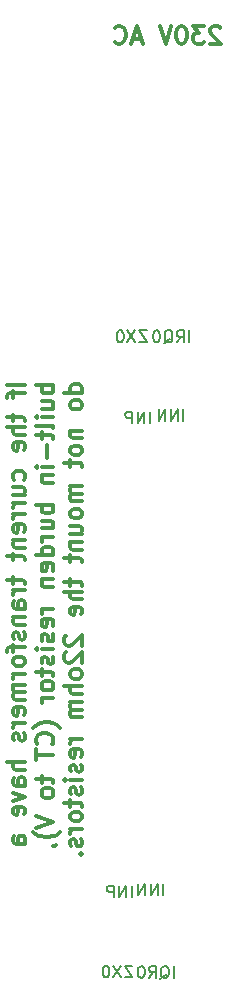
<source format=gbr>
%TF.GenerationSoftware,KiCad,Pcbnew,8.0.7-8.0.7-0~ubuntu22.04.1*%
%TF.CreationDate,2024-12-29T11:33:44+01:00*%
%TF.ProjectId,monitor_consumo,6d6f6e69-746f-4725-9f63-6f6e73756d6f,rev?*%
%TF.SameCoordinates,Original*%
%TF.FileFunction,Legend,Bot*%
%TF.FilePolarity,Positive*%
%FSLAX46Y46*%
G04 Gerber Fmt 4.6, Leading zero omitted, Abs format (unit mm)*
G04 Created by KiCad (PCBNEW 8.0.7-8.0.7-0~ubuntu22.04.1) date 2024-12-29 11:33:44*
%MOMM*%
%LPD*%
G01*
G04 APERTURE LIST*
%ADD10C,0.200000*%
%ADD11C,0.300000*%
G04 APERTURE END LIST*
D10*
X125050564Y-127967219D02*
X124383898Y-127967219D01*
X124383898Y-127967219D02*
X125050564Y-128967219D01*
X125050564Y-128967219D02*
X124383898Y-128967219D01*
X124098183Y-127967219D02*
X123431517Y-128967219D01*
X123431517Y-127967219D02*
X124098183Y-128967219D01*
X122860088Y-127967219D02*
X122764850Y-127967219D01*
X122764850Y-127967219D02*
X122669612Y-128014838D01*
X122669612Y-128014838D02*
X122621993Y-128062457D01*
X122621993Y-128062457D02*
X122574374Y-128157695D01*
X122574374Y-128157695D02*
X122526755Y-128348171D01*
X122526755Y-128348171D02*
X122526755Y-128586266D01*
X122526755Y-128586266D02*
X122574374Y-128776742D01*
X122574374Y-128776742D02*
X122621993Y-128871980D01*
X122621993Y-128871980D02*
X122669612Y-128919600D01*
X122669612Y-128919600D02*
X122764850Y-128967219D01*
X122764850Y-128967219D02*
X122860088Y-128967219D01*
X122860088Y-128967219D02*
X122955326Y-128919600D01*
X122955326Y-128919600D02*
X123002945Y-128871980D01*
X123002945Y-128871980D02*
X123050564Y-128776742D01*
X123050564Y-128776742D02*
X123098183Y-128586266D01*
X123098183Y-128586266D02*
X123098183Y-128348171D01*
X123098183Y-128348171D02*
X123050564Y-128157695D01*
X123050564Y-128157695D02*
X123002945Y-128062457D01*
X123002945Y-128062457D02*
X122955326Y-128014838D01*
X122955326Y-128014838D02*
X122860088Y-127967219D01*
X128555326Y-128992219D02*
X128555326Y-127992219D01*
X127412470Y-129087457D02*
X127507708Y-129039838D01*
X127507708Y-129039838D02*
X127602946Y-128944600D01*
X127602946Y-128944600D02*
X127745803Y-128801742D01*
X127745803Y-128801742D02*
X127841041Y-128754123D01*
X127841041Y-128754123D02*
X127936279Y-128754123D01*
X127888660Y-128992219D02*
X127983898Y-128944600D01*
X127983898Y-128944600D02*
X128079136Y-128849361D01*
X128079136Y-128849361D02*
X128126755Y-128658885D01*
X128126755Y-128658885D02*
X128126755Y-128325552D01*
X128126755Y-128325552D02*
X128079136Y-128135076D01*
X128079136Y-128135076D02*
X127983898Y-128039838D01*
X127983898Y-128039838D02*
X127888660Y-127992219D01*
X127888660Y-127992219D02*
X127698184Y-127992219D01*
X127698184Y-127992219D02*
X127602946Y-128039838D01*
X127602946Y-128039838D02*
X127507708Y-128135076D01*
X127507708Y-128135076D02*
X127460089Y-128325552D01*
X127460089Y-128325552D02*
X127460089Y-128658885D01*
X127460089Y-128658885D02*
X127507708Y-128849361D01*
X127507708Y-128849361D02*
X127602946Y-128944600D01*
X127602946Y-128944600D02*
X127698184Y-128992219D01*
X127698184Y-128992219D02*
X127888660Y-128992219D01*
X126460089Y-128992219D02*
X126793422Y-128516028D01*
X127031517Y-128992219D02*
X127031517Y-127992219D01*
X127031517Y-127992219D02*
X126650565Y-127992219D01*
X126650565Y-127992219D02*
X126555327Y-128039838D01*
X126555327Y-128039838D02*
X126507708Y-128087457D01*
X126507708Y-128087457D02*
X126460089Y-128182695D01*
X126460089Y-128182695D02*
X126460089Y-128325552D01*
X126460089Y-128325552D02*
X126507708Y-128420790D01*
X126507708Y-128420790D02*
X126555327Y-128468409D01*
X126555327Y-128468409D02*
X126650565Y-128516028D01*
X126650565Y-128516028D02*
X127031517Y-128516028D01*
X125841041Y-127992219D02*
X125745803Y-127992219D01*
X125745803Y-127992219D02*
X125650565Y-128039838D01*
X125650565Y-128039838D02*
X125602946Y-128087457D01*
X125602946Y-128087457D02*
X125555327Y-128182695D01*
X125555327Y-128182695D02*
X125507708Y-128373171D01*
X125507708Y-128373171D02*
X125507708Y-128611266D01*
X125507708Y-128611266D02*
X125555327Y-128801742D01*
X125555327Y-128801742D02*
X125602946Y-128896980D01*
X125602946Y-128896980D02*
X125650565Y-128944600D01*
X125650565Y-128944600D02*
X125745803Y-128992219D01*
X125745803Y-128992219D02*
X125841041Y-128992219D01*
X125841041Y-128992219D02*
X125936279Y-128944600D01*
X125936279Y-128944600D02*
X125983898Y-128896980D01*
X125983898Y-128896980D02*
X126031517Y-128801742D01*
X126031517Y-128801742D02*
X126079136Y-128611266D01*
X126079136Y-128611266D02*
X126079136Y-128373171D01*
X126079136Y-128373171D02*
X126031517Y-128182695D01*
X126031517Y-128182695D02*
X125983898Y-128087457D01*
X125983898Y-128087457D02*
X125936279Y-128039838D01*
X125936279Y-128039838D02*
X125841041Y-127992219D01*
X129860326Y-75187219D02*
X129860326Y-74187219D01*
X128812708Y-75187219D02*
X129146041Y-74711028D01*
X129384136Y-75187219D02*
X129384136Y-74187219D01*
X129384136Y-74187219D02*
X129003184Y-74187219D01*
X129003184Y-74187219D02*
X128907946Y-74234838D01*
X128907946Y-74234838D02*
X128860327Y-74282457D01*
X128860327Y-74282457D02*
X128812708Y-74377695D01*
X128812708Y-74377695D02*
X128812708Y-74520552D01*
X128812708Y-74520552D02*
X128860327Y-74615790D01*
X128860327Y-74615790D02*
X128907946Y-74663409D01*
X128907946Y-74663409D02*
X129003184Y-74711028D01*
X129003184Y-74711028D02*
X129384136Y-74711028D01*
X127717470Y-75282457D02*
X127812708Y-75234838D01*
X127812708Y-75234838D02*
X127907946Y-75139600D01*
X127907946Y-75139600D02*
X128050803Y-74996742D01*
X128050803Y-74996742D02*
X128146041Y-74949123D01*
X128146041Y-74949123D02*
X128241279Y-74949123D01*
X128193660Y-75187219D02*
X128288898Y-75139600D01*
X128288898Y-75139600D02*
X128384136Y-75044361D01*
X128384136Y-75044361D02*
X128431755Y-74853885D01*
X128431755Y-74853885D02*
X128431755Y-74520552D01*
X128431755Y-74520552D02*
X128384136Y-74330076D01*
X128384136Y-74330076D02*
X128288898Y-74234838D01*
X128288898Y-74234838D02*
X128193660Y-74187219D01*
X128193660Y-74187219D02*
X128003184Y-74187219D01*
X128003184Y-74187219D02*
X127907946Y-74234838D01*
X127907946Y-74234838D02*
X127812708Y-74330076D01*
X127812708Y-74330076D02*
X127765089Y-74520552D01*
X127765089Y-74520552D02*
X127765089Y-74853885D01*
X127765089Y-74853885D02*
X127812708Y-75044361D01*
X127812708Y-75044361D02*
X127907946Y-75139600D01*
X127907946Y-75139600D02*
X128003184Y-75187219D01*
X128003184Y-75187219D02*
X128193660Y-75187219D01*
X127146041Y-74187219D02*
X127050803Y-74187219D01*
X127050803Y-74187219D02*
X126955565Y-74234838D01*
X126955565Y-74234838D02*
X126907946Y-74282457D01*
X126907946Y-74282457D02*
X126860327Y-74377695D01*
X126860327Y-74377695D02*
X126812708Y-74568171D01*
X126812708Y-74568171D02*
X126812708Y-74806266D01*
X126812708Y-74806266D02*
X126860327Y-74996742D01*
X126860327Y-74996742D02*
X126907946Y-75091980D01*
X126907946Y-75091980D02*
X126955565Y-75139600D01*
X126955565Y-75139600D02*
X127050803Y-75187219D01*
X127050803Y-75187219D02*
X127146041Y-75187219D01*
X127146041Y-75187219D02*
X127241279Y-75139600D01*
X127241279Y-75139600D02*
X127288898Y-75091980D01*
X127288898Y-75091980D02*
X127336517Y-74996742D01*
X127336517Y-74996742D02*
X127384136Y-74806266D01*
X127384136Y-74806266D02*
X127384136Y-74568171D01*
X127384136Y-74568171D02*
X127336517Y-74377695D01*
X127336517Y-74377695D02*
X127288898Y-74282457D01*
X127288898Y-74282457D02*
X127241279Y-74234838D01*
X127241279Y-74234838D02*
X127146041Y-74187219D01*
X126245564Y-74187219D02*
X125578898Y-74187219D01*
X125578898Y-74187219D02*
X126245564Y-75187219D01*
X126245564Y-75187219D02*
X125578898Y-75187219D01*
X125293183Y-74187219D02*
X124626517Y-75187219D01*
X124626517Y-74187219D02*
X125293183Y-75187219D01*
X124055088Y-74187219D02*
X123959850Y-74187219D01*
X123959850Y-74187219D02*
X123864612Y-74234838D01*
X123864612Y-74234838D02*
X123816993Y-74282457D01*
X123816993Y-74282457D02*
X123769374Y-74377695D01*
X123769374Y-74377695D02*
X123721755Y-74568171D01*
X123721755Y-74568171D02*
X123721755Y-74806266D01*
X123721755Y-74806266D02*
X123769374Y-74996742D01*
X123769374Y-74996742D02*
X123816993Y-75091980D01*
X123816993Y-75091980D02*
X123864612Y-75139600D01*
X123864612Y-75139600D02*
X123959850Y-75187219D01*
X123959850Y-75187219D02*
X124055088Y-75187219D01*
X124055088Y-75187219D02*
X124150326Y-75139600D01*
X124150326Y-75139600D02*
X124197945Y-75091980D01*
X124197945Y-75091980D02*
X124245564Y-74996742D01*
X124245564Y-74996742D02*
X124293183Y-74806266D01*
X124293183Y-74806266D02*
X124293183Y-74568171D01*
X124293183Y-74568171D02*
X124245564Y-74377695D01*
X124245564Y-74377695D02*
X124197945Y-74282457D01*
X124197945Y-74282457D02*
X124150326Y-74234838D01*
X124150326Y-74234838D02*
X124055088Y-74187219D01*
X124980326Y-122192219D02*
X124980326Y-121192219D01*
X124504136Y-122192219D02*
X124504136Y-121192219D01*
X124504136Y-121192219D02*
X123932708Y-122192219D01*
X123932708Y-122192219D02*
X123932708Y-121192219D01*
X123456517Y-122192219D02*
X123456517Y-121192219D01*
X123456517Y-121192219D02*
X123075565Y-121192219D01*
X123075565Y-121192219D02*
X122980327Y-121239838D01*
X122980327Y-121239838D02*
X122932708Y-121287457D01*
X122932708Y-121287457D02*
X122885089Y-121382695D01*
X122885089Y-121382695D02*
X122885089Y-121525552D01*
X122885089Y-121525552D02*
X122932708Y-121620790D01*
X122932708Y-121620790D02*
X122980327Y-121668409D01*
X122980327Y-121668409D02*
X123075565Y-121716028D01*
X123075565Y-121716028D02*
X123456517Y-121716028D01*
D11*
X132491917Y-48543685D02*
X132420489Y-48472257D01*
X132420489Y-48472257D02*
X132277632Y-48400828D01*
X132277632Y-48400828D02*
X131920489Y-48400828D01*
X131920489Y-48400828D02*
X131777632Y-48472257D01*
X131777632Y-48472257D02*
X131706203Y-48543685D01*
X131706203Y-48543685D02*
X131634774Y-48686542D01*
X131634774Y-48686542D02*
X131634774Y-48829400D01*
X131634774Y-48829400D02*
X131706203Y-49043685D01*
X131706203Y-49043685D02*
X132563346Y-49900828D01*
X132563346Y-49900828D02*
X131634774Y-49900828D01*
X131134775Y-48400828D02*
X130206203Y-48400828D01*
X130206203Y-48400828D02*
X130706203Y-48972257D01*
X130706203Y-48972257D02*
X130491918Y-48972257D01*
X130491918Y-48972257D02*
X130349061Y-49043685D01*
X130349061Y-49043685D02*
X130277632Y-49115114D01*
X130277632Y-49115114D02*
X130206203Y-49257971D01*
X130206203Y-49257971D02*
X130206203Y-49615114D01*
X130206203Y-49615114D02*
X130277632Y-49757971D01*
X130277632Y-49757971D02*
X130349061Y-49829400D01*
X130349061Y-49829400D02*
X130491918Y-49900828D01*
X130491918Y-49900828D02*
X130920489Y-49900828D01*
X130920489Y-49900828D02*
X131063346Y-49829400D01*
X131063346Y-49829400D02*
X131134775Y-49757971D01*
X129277632Y-48400828D02*
X129134775Y-48400828D01*
X129134775Y-48400828D02*
X128991918Y-48472257D01*
X128991918Y-48472257D02*
X128920490Y-48543685D01*
X128920490Y-48543685D02*
X128849061Y-48686542D01*
X128849061Y-48686542D02*
X128777632Y-48972257D01*
X128777632Y-48972257D02*
X128777632Y-49329400D01*
X128777632Y-49329400D02*
X128849061Y-49615114D01*
X128849061Y-49615114D02*
X128920490Y-49757971D01*
X128920490Y-49757971D02*
X128991918Y-49829400D01*
X128991918Y-49829400D02*
X129134775Y-49900828D01*
X129134775Y-49900828D02*
X129277632Y-49900828D01*
X129277632Y-49900828D02*
X129420490Y-49829400D01*
X129420490Y-49829400D02*
X129491918Y-49757971D01*
X129491918Y-49757971D02*
X129563347Y-49615114D01*
X129563347Y-49615114D02*
X129634775Y-49329400D01*
X129634775Y-49329400D02*
X129634775Y-48972257D01*
X129634775Y-48972257D02*
X129563347Y-48686542D01*
X129563347Y-48686542D02*
X129491918Y-48543685D01*
X129491918Y-48543685D02*
X129420490Y-48472257D01*
X129420490Y-48472257D02*
X129277632Y-48400828D01*
X128349061Y-48400828D02*
X127849061Y-49900828D01*
X127849061Y-49900828D02*
X127349061Y-48400828D01*
X125777633Y-49472257D02*
X125063348Y-49472257D01*
X125920490Y-49900828D02*
X125420490Y-48400828D01*
X125420490Y-48400828D02*
X124920490Y-49900828D01*
X123563348Y-49757971D02*
X123634776Y-49829400D01*
X123634776Y-49829400D02*
X123849062Y-49900828D01*
X123849062Y-49900828D02*
X123991919Y-49900828D01*
X123991919Y-49900828D02*
X124206205Y-49829400D01*
X124206205Y-49829400D02*
X124349062Y-49686542D01*
X124349062Y-49686542D02*
X124420491Y-49543685D01*
X124420491Y-49543685D02*
X124491919Y-49257971D01*
X124491919Y-49257971D02*
X124491919Y-49043685D01*
X124491919Y-49043685D02*
X124420491Y-48757971D01*
X124420491Y-48757971D02*
X124349062Y-48615114D01*
X124349062Y-48615114D02*
X124206205Y-48472257D01*
X124206205Y-48472257D02*
X123991919Y-48400828D01*
X123991919Y-48400828D02*
X123849062Y-48400828D01*
X123849062Y-48400828D02*
X123634776Y-48472257D01*
X123634776Y-48472257D02*
X123563348Y-48543685D01*
D10*
X126530326Y-82047219D02*
X126530326Y-81047219D01*
X126054136Y-82047219D02*
X126054136Y-81047219D01*
X126054136Y-81047219D02*
X125482708Y-82047219D01*
X125482708Y-82047219D02*
X125482708Y-81047219D01*
X125006517Y-82047219D02*
X125006517Y-81047219D01*
X125006517Y-81047219D02*
X124625565Y-81047219D01*
X124625565Y-81047219D02*
X124530327Y-81094838D01*
X124530327Y-81094838D02*
X124482708Y-81142457D01*
X124482708Y-81142457D02*
X124435089Y-81237695D01*
X124435089Y-81237695D02*
X124435089Y-81380552D01*
X124435089Y-81380552D02*
X124482708Y-81475790D01*
X124482708Y-81475790D02*
X124530327Y-81523409D01*
X124530327Y-81523409D02*
X124625565Y-81571028D01*
X124625565Y-81571028D02*
X125006517Y-81571028D01*
X129360326Y-81847219D02*
X129360326Y-80847219D01*
X128884136Y-81847219D02*
X128884136Y-80847219D01*
X128884136Y-80847219D02*
X128312708Y-81847219D01*
X128312708Y-81847219D02*
X128312708Y-80847219D01*
X127836517Y-81847219D02*
X127836517Y-80847219D01*
X127836517Y-80847219D02*
X127265089Y-81847219D01*
X127265089Y-81847219D02*
X127265089Y-80847219D01*
D11*
X115945996Y-78804510D02*
X114445996Y-78804510D01*
X114945996Y-79304511D02*
X114945996Y-79875939D01*
X115945996Y-79518796D02*
X114660282Y-79518796D01*
X114660282Y-79518796D02*
X114517425Y-79590225D01*
X114517425Y-79590225D02*
X114445996Y-79733082D01*
X114445996Y-79733082D02*
X114445996Y-79875939D01*
X114945996Y-81304511D02*
X114945996Y-81875939D01*
X114445996Y-81518796D02*
X115731710Y-81518796D01*
X115731710Y-81518796D02*
X115874568Y-81590225D01*
X115874568Y-81590225D02*
X115945996Y-81733082D01*
X115945996Y-81733082D02*
X115945996Y-81875939D01*
X115945996Y-82375939D02*
X114445996Y-82375939D01*
X115945996Y-83018797D02*
X115160282Y-83018797D01*
X115160282Y-83018797D02*
X115017425Y-82947368D01*
X115017425Y-82947368D02*
X114945996Y-82804511D01*
X114945996Y-82804511D02*
X114945996Y-82590225D01*
X114945996Y-82590225D02*
X115017425Y-82447368D01*
X115017425Y-82447368D02*
X115088853Y-82375939D01*
X115874568Y-84304511D02*
X115945996Y-84161654D01*
X115945996Y-84161654D02*
X115945996Y-83875940D01*
X115945996Y-83875940D02*
X115874568Y-83733082D01*
X115874568Y-83733082D02*
X115731710Y-83661654D01*
X115731710Y-83661654D02*
X115160282Y-83661654D01*
X115160282Y-83661654D02*
X115017425Y-83733082D01*
X115017425Y-83733082D02*
X114945996Y-83875940D01*
X114945996Y-83875940D02*
X114945996Y-84161654D01*
X114945996Y-84161654D02*
X115017425Y-84304511D01*
X115017425Y-84304511D02*
X115160282Y-84375940D01*
X115160282Y-84375940D02*
X115303139Y-84375940D01*
X115303139Y-84375940D02*
X115445996Y-83661654D01*
X115874568Y-86804511D02*
X115945996Y-86661653D01*
X115945996Y-86661653D02*
X115945996Y-86375939D01*
X115945996Y-86375939D02*
X115874568Y-86233082D01*
X115874568Y-86233082D02*
X115803139Y-86161653D01*
X115803139Y-86161653D02*
X115660282Y-86090225D01*
X115660282Y-86090225D02*
X115231710Y-86090225D01*
X115231710Y-86090225D02*
X115088853Y-86161653D01*
X115088853Y-86161653D02*
X115017425Y-86233082D01*
X115017425Y-86233082D02*
X114945996Y-86375939D01*
X114945996Y-86375939D02*
X114945996Y-86661653D01*
X114945996Y-86661653D02*
X115017425Y-86804511D01*
X114945996Y-88090225D02*
X115945996Y-88090225D01*
X114945996Y-87447367D02*
X115731710Y-87447367D01*
X115731710Y-87447367D02*
X115874568Y-87518796D01*
X115874568Y-87518796D02*
X115945996Y-87661653D01*
X115945996Y-87661653D02*
X115945996Y-87875939D01*
X115945996Y-87875939D02*
X115874568Y-88018796D01*
X115874568Y-88018796D02*
X115803139Y-88090225D01*
X115945996Y-88804510D02*
X114945996Y-88804510D01*
X115231710Y-88804510D02*
X115088853Y-88875939D01*
X115088853Y-88875939D02*
X115017425Y-88947368D01*
X115017425Y-88947368D02*
X114945996Y-89090225D01*
X114945996Y-89090225D02*
X114945996Y-89233082D01*
X115945996Y-89733081D02*
X114945996Y-89733081D01*
X115231710Y-89733081D02*
X115088853Y-89804510D01*
X115088853Y-89804510D02*
X115017425Y-89875939D01*
X115017425Y-89875939D02*
X114945996Y-90018796D01*
X114945996Y-90018796D02*
X114945996Y-90161653D01*
X115874568Y-91233081D02*
X115945996Y-91090224D01*
X115945996Y-91090224D02*
X115945996Y-90804510D01*
X115945996Y-90804510D02*
X115874568Y-90661652D01*
X115874568Y-90661652D02*
X115731710Y-90590224D01*
X115731710Y-90590224D02*
X115160282Y-90590224D01*
X115160282Y-90590224D02*
X115017425Y-90661652D01*
X115017425Y-90661652D02*
X114945996Y-90804510D01*
X114945996Y-90804510D02*
X114945996Y-91090224D01*
X114945996Y-91090224D02*
X115017425Y-91233081D01*
X115017425Y-91233081D02*
X115160282Y-91304510D01*
X115160282Y-91304510D02*
X115303139Y-91304510D01*
X115303139Y-91304510D02*
X115445996Y-90590224D01*
X114945996Y-91947366D02*
X115945996Y-91947366D01*
X115088853Y-91947366D02*
X115017425Y-92018795D01*
X115017425Y-92018795D02*
X114945996Y-92161652D01*
X114945996Y-92161652D02*
X114945996Y-92375938D01*
X114945996Y-92375938D02*
X115017425Y-92518795D01*
X115017425Y-92518795D02*
X115160282Y-92590224D01*
X115160282Y-92590224D02*
X115945996Y-92590224D01*
X114945996Y-93090224D02*
X114945996Y-93661652D01*
X114445996Y-93304509D02*
X115731710Y-93304509D01*
X115731710Y-93304509D02*
X115874568Y-93375938D01*
X115874568Y-93375938D02*
X115945996Y-93518795D01*
X115945996Y-93518795D02*
X115945996Y-93661652D01*
X114945996Y-95090224D02*
X114945996Y-95661652D01*
X114445996Y-95304509D02*
X115731710Y-95304509D01*
X115731710Y-95304509D02*
X115874568Y-95375938D01*
X115874568Y-95375938D02*
X115945996Y-95518795D01*
X115945996Y-95518795D02*
X115945996Y-95661652D01*
X115945996Y-96161652D02*
X114945996Y-96161652D01*
X115231710Y-96161652D02*
X115088853Y-96233081D01*
X115088853Y-96233081D02*
X115017425Y-96304510D01*
X115017425Y-96304510D02*
X114945996Y-96447367D01*
X114945996Y-96447367D02*
X114945996Y-96590224D01*
X115945996Y-97733081D02*
X115160282Y-97733081D01*
X115160282Y-97733081D02*
X115017425Y-97661652D01*
X115017425Y-97661652D02*
X114945996Y-97518795D01*
X114945996Y-97518795D02*
X114945996Y-97233081D01*
X114945996Y-97233081D02*
X115017425Y-97090223D01*
X115874568Y-97733081D02*
X115945996Y-97590223D01*
X115945996Y-97590223D02*
X115945996Y-97233081D01*
X115945996Y-97233081D02*
X115874568Y-97090223D01*
X115874568Y-97090223D02*
X115731710Y-97018795D01*
X115731710Y-97018795D02*
X115588853Y-97018795D01*
X115588853Y-97018795D02*
X115445996Y-97090223D01*
X115445996Y-97090223D02*
X115374568Y-97233081D01*
X115374568Y-97233081D02*
X115374568Y-97590223D01*
X115374568Y-97590223D02*
X115303139Y-97733081D01*
X114945996Y-98447366D02*
X115945996Y-98447366D01*
X115088853Y-98447366D02*
X115017425Y-98518795D01*
X115017425Y-98518795D02*
X114945996Y-98661652D01*
X114945996Y-98661652D02*
X114945996Y-98875938D01*
X114945996Y-98875938D02*
X115017425Y-99018795D01*
X115017425Y-99018795D02*
X115160282Y-99090224D01*
X115160282Y-99090224D02*
X115945996Y-99090224D01*
X115874568Y-99733081D02*
X115945996Y-99875938D01*
X115945996Y-99875938D02*
X115945996Y-100161652D01*
X115945996Y-100161652D02*
X115874568Y-100304509D01*
X115874568Y-100304509D02*
X115731710Y-100375938D01*
X115731710Y-100375938D02*
X115660282Y-100375938D01*
X115660282Y-100375938D02*
X115517425Y-100304509D01*
X115517425Y-100304509D02*
X115445996Y-100161652D01*
X115445996Y-100161652D02*
X115445996Y-99947367D01*
X115445996Y-99947367D02*
X115374568Y-99804509D01*
X115374568Y-99804509D02*
X115231710Y-99733081D01*
X115231710Y-99733081D02*
X115160282Y-99733081D01*
X115160282Y-99733081D02*
X115017425Y-99804509D01*
X115017425Y-99804509D02*
X114945996Y-99947367D01*
X114945996Y-99947367D02*
X114945996Y-100161652D01*
X114945996Y-100161652D02*
X115017425Y-100304509D01*
X114945996Y-100804510D02*
X114945996Y-101375938D01*
X115945996Y-101018795D02*
X114660282Y-101018795D01*
X114660282Y-101018795D02*
X114517425Y-101090224D01*
X114517425Y-101090224D02*
X114445996Y-101233081D01*
X114445996Y-101233081D02*
X114445996Y-101375938D01*
X115945996Y-102090224D02*
X115874568Y-101947367D01*
X115874568Y-101947367D02*
X115803139Y-101875938D01*
X115803139Y-101875938D02*
X115660282Y-101804510D01*
X115660282Y-101804510D02*
X115231710Y-101804510D01*
X115231710Y-101804510D02*
X115088853Y-101875938D01*
X115088853Y-101875938D02*
X115017425Y-101947367D01*
X115017425Y-101947367D02*
X114945996Y-102090224D01*
X114945996Y-102090224D02*
X114945996Y-102304510D01*
X114945996Y-102304510D02*
X115017425Y-102447367D01*
X115017425Y-102447367D02*
X115088853Y-102518796D01*
X115088853Y-102518796D02*
X115231710Y-102590224D01*
X115231710Y-102590224D02*
X115660282Y-102590224D01*
X115660282Y-102590224D02*
X115803139Y-102518796D01*
X115803139Y-102518796D02*
X115874568Y-102447367D01*
X115874568Y-102447367D02*
X115945996Y-102304510D01*
X115945996Y-102304510D02*
X115945996Y-102090224D01*
X115945996Y-103233081D02*
X114945996Y-103233081D01*
X115231710Y-103233081D02*
X115088853Y-103304510D01*
X115088853Y-103304510D02*
X115017425Y-103375939D01*
X115017425Y-103375939D02*
X114945996Y-103518796D01*
X114945996Y-103518796D02*
X114945996Y-103661653D01*
X115945996Y-104161652D02*
X114945996Y-104161652D01*
X115088853Y-104161652D02*
X115017425Y-104233081D01*
X115017425Y-104233081D02*
X114945996Y-104375938D01*
X114945996Y-104375938D02*
X114945996Y-104590224D01*
X114945996Y-104590224D02*
X115017425Y-104733081D01*
X115017425Y-104733081D02*
X115160282Y-104804510D01*
X115160282Y-104804510D02*
X115945996Y-104804510D01*
X115160282Y-104804510D02*
X115017425Y-104875938D01*
X115017425Y-104875938D02*
X114945996Y-105018795D01*
X114945996Y-105018795D02*
X114945996Y-105233081D01*
X114945996Y-105233081D02*
X115017425Y-105375938D01*
X115017425Y-105375938D02*
X115160282Y-105447367D01*
X115160282Y-105447367D02*
X115945996Y-105447367D01*
X115874568Y-106733081D02*
X115945996Y-106590224D01*
X115945996Y-106590224D02*
X115945996Y-106304510D01*
X115945996Y-106304510D02*
X115874568Y-106161652D01*
X115874568Y-106161652D02*
X115731710Y-106090224D01*
X115731710Y-106090224D02*
X115160282Y-106090224D01*
X115160282Y-106090224D02*
X115017425Y-106161652D01*
X115017425Y-106161652D02*
X114945996Y-106304510D01*
X114945996Y-106304510D02*
X114945996Y-106590224D01*
X114945996Y-106590224D02*
X115017425Y-106733081D01*
X115017425Y-106733081D02*
X115160282Y-106804510D01*
X115160282Y-106804510D02*
X115303139Y-106804510D01*
X115303139Y-106804510D02*
X115445996Y-106090224D01*
X115945996Y-107447366D02*
X114945996Y-107447366D01*
X115231710Y-107447366D02*
X115088853Y-107518795D01*
X115088853Y-107518795D02*
X115017425Y-107590224D01*
X115017425Y-107590224D02*
X114945996Y-107733081D01*
X114945996Y-107733081D02*
X114945996Y-107875938D01*
X115874568Y-108304509D02*
X115945996Y-108447366D01*
X115945996Y-108447366D02*
X115945996Y-108733080D01*
X115945996Y-108733080D02*
X115874568Y-108875937D01*
X115874568Y-108875937D02*
X115731710Y-108947366D01*
X115731710Y-108947366D02*
X115660282Y-108947366D01*
X115660282Y-108947366D02*
X115517425Y-108875937D01*
X115517425Y-108875937D02*
X115445996Y-108733080D01*
X115445996Y-108733080D02*
X115445996Y-108518795D01*
X115445996Y-108518795D02*
X115374568Y-108375937D01*
X115374568Y-108375937D02*
X115231710Y-108304509D01*
X115231710Y-108304509D02*
X115160282Y-108304509D01*
X115160282Y-108304509D02*
X115017425Y-108375937D01*
X115017425Y-108375937D02*
X114945996Y-108518795D01*
X114945996Y-108518795D02*
X114945996Y-108733080D01*
X114945996Y-108733080D02*
X115017425Y-108875937D01*
X115945996Y-110733080D02*
X114445996Y-110733080D01*
X115945996Y-111375938D02*
X115160282Y-111375938D01*
X115160282Y-111375938D02*
X115017425Y-111304509D01*
X115017425Y-111304509D02*
X114945996Y-111161652D01*
X114945996Y-111161652D02*
X114945996Y-110947366D01*
X114945996Y-110947366D02*
X115017425Y-110804509D01*
X115017425Y-110804509D02*
X115088853Y-110733080D01*
X115945996Y-112733081D02*
X115160282Y-112733081D01*
X115160282Y-112733081D02*
X115017425Y-112661652D01*
X115017425Y-112661652D02*
X114945996Y-112518795D01*
X114945996Y-112518795D02*
X114945996Y-112233081D01*
X114945996Y-112233081D02*
X115017425Y-112090223D01*
X115874568Y-112733081D02*
X115945996Y-112590223D01*
X115945996Y-112590223D02*
X115945996Y-112233081D01*
X115945996Y-112233081D02*
X115874568Y-112090223D01*
X115874568Y-112090223D02*
X115731710Y-112018795D01*
X115731710Y-112018795D02*
X115588853Y-112018795D01*
X115588853Y-112018795D02*
X115445996Y-112090223D01*
X115445996Y-112090223D02*
X115374568Y-112233081D01*
X115374568Y-112233081D02*
X115374568Y-112590223D01*
X115374568Y-112590223D02*
X115303139Y-112733081D01*
X114945996Y-113304509D02*
X115945996Y-113661652D01*
X115945996Y-113661652D02*
X114945996Y-114018795D01*
X115874568Y-115161652D02*
X115945996Y-115018795D01*
X115945996Y-115018795D02*
X115945996Y-114733081D01*
X115945996Y-114733081D02*
X115874568Y-114590223D01*
X115874568Y-114590223D02*
X115731710Y-114518795D01*
X115731710Y-114518795D02*
X115160282Y-114518795D01*
X115160282Y-114518795D02*
X115017425Y-114590223D01*
X115017425Y-114590223D02*
X114945996Y-114733081D01*
X114945996Y-114733081D02*
X114945996Y-115018795D01*
X114945996Y-115018795D02*
X115017425Y-115161652D01*
X115017425Y-115161652D02*
X115160282Y-115233081D01*
X115160282Y-115233081D02*
X115303139Y-115233081D01*
X115303139Y-115233081D02*
X115445996Y-114518795D01*
X115945996Y-117661652D02*
X115160282Y-117661652D01*
X115160282Y-117661652D02*
X115017425Y-117590223D01*
X115017425Y-117590223D02*
X114945996Y-117447366D01*
X114945996Y-117447366D02*
X114945996Y-117161652D01*
X114945996Y-117161652D02*
X115017425Y-117018794D01*
X115874568Y-117661652D02*
X115945996Y-117518794D01*
X115945996Y-117518794D02*
X115945996Y-117161652D01*
X115945996Y-117161652D02*
X115874568Y-117018794D01*
X115874568Y-117018794D02*
X115731710Y-116947366D01*
X115731710Y-116947366D02*
X115588853Y-116947366D01*
X115588853Y-116947366D02*
X115445996Y-117018794D01*
X115445996Y-117018794D02*
X115374568Y-117161652D01*
X115374568Y-117161652D02*
X115374568Y-117518794D01*
X115374568Y-117518794D02*
X115303139Y-117661652D01*
X118360912Y-78804510D02*
X116860912Y-78804510D01*
X117432341Y-78804510D02*
X117360912Y-78947368D01*
X117360912Y-78947368D02*
X117360912Y-79233082D01*
X117360912Y-79233082D02*
X117432341Y-79375939D01*
X117432341Y-79375939D02*
X117503769Y-79447368D01*
X117503769Y-79447368D02*
X117646626Y-79518796D01*
X117646626Y-79518796D02*
X118075198Y-79518796D01*
X118075198Y-79518796D02*
X118218055Y-79447368D01*
X118218055Y-79447368D02*
X118289484Y-79375939D01*
X118289484Y-79375939D02*
X118360912Y-79233082D01*
X118360912Y-79233082D02*
X118360912Y-78947368D01*
X118360912Y-78947368D02*
X118289484Y-78804510D01*
X117360912Y-80804511D02*
X118360912Y-80804511D01*
X117360912Y-80161653D02*
X118146626Y-80161653D01*
X118146626Y-80161653D02*
X118289484Y-80233082D01*
X118289484Y-80233082D02*
X118360912Y-80375939D01*
X118360912Y-80375939D02*
X118360912Y-80590225D01*
X118360912Y-80590225D02*
X118289484Y-80733082D01*
X118289484Y-80733082D02*
X118218055Y-80804511D01*
X118360912Y-81518796D02*
X117360912Y-81518796D01*
X116860912Y-81518796D02*
X116932341Y-81447368D01*
X116932341Y-81447368D02*
X117003769Y-81518796D01*
X117003769Y-81518796D02*
X116932341Y-81590225D01*
X116932341Y-81590225D02*
X116860912Y-81518796D01*
X116860912Y-81518796D02*
X117003769Y-81518796D01*
X118360912Y-82447368D02*
X118289484Y-82304511D01*
X118289484Y-82304511D02*
X118146626Y-82233082D01*
X118146626Y-82233082D02*
X116860912Y-82233082D01*
X117360912Y-82804511D02*
X117360912Y-83375939D01*
X116860912Y-83018796D02*
X118146626Y-83018796D01*
X118146626Y-83018796D02*
X118289484Y-83090225D01*
X118289484Y-83090225D02*
X118360912Y-83233082D01*
X118360912Y-83233082D02*
X118360912Y-83375939D01*
X117789484Y-83875939D02*
X117789484Y-85018797D01*
X118360912Y-85733082D02*
X117360912Y-85733082D01*
X116860912Y-85733082D02*
X116932341Y-85661654D01*
X116932341Y-85661654D02*
X117003769Y-85733082D01*
X117003769Y-85733082D02*
X116932341Y-85804511D01*
X116932341Y-85804511D02*
X116860912Y-85733082D01*
X116860912Y-85733082D02*
X117003769Y-85733082D01*
X117360912Y-86447368D02*
X118360912Y-86447368D01*
X117503769Y-86447368D02*
X117432341Y-86518797D01*
X117432341Y-86518797D02*
X117360912Y-86661654D01*
X117360912Y-86661654D02*
X117360912Y-86875940D01*
X117360912Y-86875940D02*
X117432341Y-87018797D01*
X117432341Y-87018797D02*
X117575198Y-87090226D01*
X117575198Y-87090226D02*
X118360912Y-87090226D01*
X118360912Y-88947368D02*
X116860912Y-88947368D01*
X117432341Y-88947368D02*
X117360912Y-89090226D01*
X117360912Y-89090226D02*
X117360912Y-89375940D01*
X117360912Y-89375940D02*
X117432341Y-89518797D01*
X117432341Y-89518797D02*
X117503769Y-89590226D01*
X117503769Y-89590226D02*
X117646626Y-89661654D01*
X117646626Y-89661654D02*
X118075198Y-89661654D01*
X118075198Y-89661654D02*
X118218055Y-89590226D01*
X118218055Y-89590226D02*
X118289484Y-89518797D01*
X118289484Y-89518797D02*
X118360912Y-89375940D01*
X118360912Y-89375940D02*
X118360912Y-89090226D01*
X118360912Y-89090226D02*
X118289484Y-88947368D01*
X117360912Y-90947369D02*
X118360912Y-90947369D01*
X117360912Y-90304511D02*
X118146626Y-90304511D01*
X118146626Y-90304511D02*
X118289484Y-90375940D01*
X118289484Y-90375940D02*
X118360912Y-90518797D01*
X118360912Y-90518797D02*
X118360912Y-90733083D01*
X118360912Y-90733083D02*
X118289484Y-90875940D01*
X118289484Y-90875940D02*
X118218055Y-90947369D01*
X118360912Y-91661654D02*
X117360912Y-91661654D01*
X117646626Y-91661654D02*
X117503769Y-91733083D01*
X117503769Y-91733083D02*
X117432341Y-91804512D01*
X117432341Y-91804512D02*
X117360912Y-91947369D01*
X117360912Y-91947369D02*
X117360912Y-92090226D01*
X118360912Y-93233083D02*
X116860912Y-93233083D01*
X118289484Y-93233083D02*
X118360912Y-93090225D01*
X118360912Y-93090225D02*
X118360912Y-92804511D01*
X118360912Y-92804511D02*
X118289484Y-92661654D01*
X118289484Y-92661654D02*
X118218055Y-92590225D01*
X118218055Y-92590225D02*
X118075198Y-92518797D01*
X118075198Y-92518797D02*
X117646626Y-92518797D01*
X117646626Y-92518797D02*
X117503769Y-92590225D01*
X117503769Y-92590225D02*
X117432341Y-92661654D01*
X117432341Y-92661654D02*
X117360912Y-92804511D01*
X117360912Y-92804511D02*
X117360912Y-93090225D01*
X117360912Y-93090225D02*
X117432341Y-93233083D01*
X118289484Y-94518797D02*
X118360912Y-94375940D01*
X118360912Y-94375940D02*
X118360912Y-94090226D01*
X118360912Y-94090226D02*
X118289484Y-93947368D01*
X118289484Y-93947368D02*
X118146626Y-93875940D01*
X118146626Y-93875940D02*
X117575198Y-93875940D01*
X117575198Y-93875940D02*
X117432341Y-93947368D01*
X117432341Y-93947368D02*
X117360912Y-94090226D01*
X117360912Y-94090226D02*
X117360912Y-94375940D01*
X117360912Y-94375940D02*
X117432341Y-94518797D01*
X117432341Y-94518797D02*
X117575198Y-94590226D01*
X117575198Y-94590226D02*
X117718055Y-94590226D01*
X117718055Y-94590226D02*
X117860912Y-93875940D01*
X117360912Y-95233082D02*
X118360912Y-95233082D01*
X117503769Y-95233082D02*
X117432341Y-95304511D01*
X117432341Y-95304511D02*
X117360912Y-95447368D01*
X117360912Y-95447368D02*
X117360912Y-95661654D01*
X117360912Y-95661654D02*
X117432341Y-95804511D01*
X117432341Y-95804511D02*
X117575198Y-95875940D01*
X117575198Y-95875940D02*
X118360912Y-95875940D01*
X118360912Y-97733082D02*
X117360912Y-97733082D01*
X117646626Y-97733082D02*
X117503769Y-97804511D01*
X117503769Y-97804511D02*
X117432341Y-97875940D01*
X117432341Y-97875940D02*
X117360912Y-98018797D01*
X117360912Y-98018797D02*
X117360912Y-98161654D01*
X118289484Y-99233082D02*
X118360912Y-99090225D01*
X118360912Y-99090225D02*
X118360912Y-98804511D01*
X118360912Y-98804511D02*
X118289484Y-98661653D01*
X118289484Y-98661653D02*
X118146626Y-98590225D01*
X118146626Y-98590225D02*
X117575198Y-98590225D01*
X117575198Y-98590225D02*
X117432341Y-98661653D01*
X117432341Y-98661653D02*
X117360912Y-98804511D01*
X117360912Y-98804511D02*
X117360912Y-99090225D01*
X117360912Y-99090225D02*
X117432341Y-99233082D01*
X117432341Y-99233082D02*
X117575198Y-99304511D01*
X117575198Y-99304511D02*
X117718055Y-99304511D01*
X117718055Y-99304511D02*
X117860912Y-98590225D01*
X118289484Y-99875939D02*
X118360912Y-100018796D01*
X118360912Y-100018796D02*
X118360912Y-100304510D01*
X118360912Y-100304510D02*
X118289484Y-100447367D01*
X118289484Y-100447367D02*
X118146626Y-100518796D01*
X118146626Y-100518796D02*
X118075198Y-100518796D01*
X118075198Y-100518796D02*
X117932341Y-100447367D01*
X117932341Y-100447367D02*
X117860912Y-100304510D01*
X117860912Y-100304510D02*
X117860912Y-100090225D01*
X117860912Y-100090225D02*
X117789484Y-99947367D01*
X117789484Y-99947367D02*
X117646626Y-99875939D01*
X117646626Y-99875939D02*
X117575198Y-99875939D01*
X117575198Y-99875939D02*
X117432341Y-99947367D01*
X117432341Y-99947367D02*
X117360912Y-100090225D01*
X117360912Y-100090225D02*
X117360912Y-100304510D01*
X117360912Y-100304510D02*
X117432341Y-100447367D01*
X118360912Y-101161653D02*
X117360912Y-101161653D01*
X116860912Y-101161653D02*
X116932341Y-101090225D01*
X116932341Y-101090225D02*
X117003769Y-101161653D01*
X117003769Y-101161653D02*
X116932341Y-101233082D01*
X116932341Y-101233082D02*
X116860912Y-101161653D01*
X116860912Y-101161653D02*
X117003769Y-101161653D01*
X118289484Y-101804511D02*
X118360912Y-101947368D01*
X118360912Y-101947368D02*
X118360912Y-102233082D01*
X118360912Y-102233082D02*
X118289484Y-102375939D01*
X118289484Y-102375939D02*
X118146626Y-102447368D01*
X118146626Y-102447368D02*
X118075198Y-102447368D01*
X118075198Y-102447368D02*
X117932341Y-102375939D01*
X117932341Y-102375939D02*
X117860912Y-102233082D01*
X117860912Y-102233082D02*
X117860912Y-102018797D01*
X117860912Y-102018797D02*
X117789484Y-101875939D01*
X117789484Y-101875939D02*
X117646626Y-101804511D01*
X117646626Y-101804511D02*
X117575198Y-101804511D01*
X117575198Y-101804511D02*
X117432341Y-101875939D01*
X117432341Y-101875939D02*
X117360912Y-102018797D01*
X117360912Y-102018797D02*
X117360912Y-102233082D01*
X117360912Y-102233082D02*
X117432341Y-102375939D01*
X117360912Y-102875940D02*
X117360912Y-103447368D01*
X116860912Y-103090225D02*
X118146626Y-103090225D01*
X118146626Y-103090225D02*
X118289484Y-103161654D01*
X118289484Y-103161654D02*
X118360912Y-103304511D01*
X118360912Y-103304511D02*
X118360912Y-103447368D01*
X118360912Y-104161654D02*
X118289484Y-104018797D01*
X118289484Y-104018797D02*
X118218055Y-103947368D01*
X118218055Y-103947368D02*
X118075198Y-103875940D01*
X118075198Y-103875940D02*
X117646626Y-103875940D01*
X117646626Y-103875940D02*
X117503769Y-103947368D01*
X117503769Y-103947368D02*
X117432341Y-104018797D01*
X117432341Y-104018797D02*
X117360912Y-104161654D01*
X117360912Y-104161654D02*
X117360912Y-104375940D01*
X117360912Y-104375940D02*
X117432341Y-104518797D01*
X117432341Y-104518797D02*
X117503769Y-104590226D01*
X117503769Y-104590226D02*
X117646626Y-104661654D01*
X117646626Y-104661654D02*
X118075198Y-104661654D01*
X118075198Y-104661654D02*
X118218055Y-104590226D01*
X118218055Y-104590226D02*
X118289484Y-104518797D01*
X118289484Y-104518797D02*
X118360912Y-104375940D01*
X118360912Y-104375940D02*
X118360912Y-104161654D01*
X118360912Y-105304511D02*
X117360912Y-105304511D01*
X117646626Y-105304511D02*
X117503769Y-105375940D01*
X117503769Y-105375940D02*
X117432341Y-105447369D01*
X117432341Y-105447369D02*
X117360912Y-105590226D01*
X117360912Y-105590226D02*
X117360912Y-105733083D01*
X118932341Y-107804511D02*
X118860912Y-107733082D01*
X118860912Y-107733082D02*
X118646626Y-107590225D01*
X118646626Y-107590225D02*
X118503769Y-107518797D01*
X118503769Y-107518797D02*
X118289484Y-107447368D01*
X118289484Y-107447368D02*
X117932341Y-107375939D01*
X117932341Y-107375939D02*
X117646626Y-107375939D01*
X117646626Y-107375939D02*
X117289484Y-107447368D01*
X117289484Y-107447368D02*
X117075198Y-107518797D01*
X117075198Y-107518797D02*
X116932341Y-107590225D01*
X116932341Y-107590225D02*
X116718055Y-107733082D01*
X116718055Y-107733082D02*
X116646626Y-107804511D01*
X118218055Y-109233082D02*
X118289484Y-109161654D01*
X118289484Y-109161654D02*
X118360912Y-108947368D01*
X118360912Y-108947368D02*
X118360912Y-108804511D01*
X118360912Y-108804511D02*
X118289484Y-108590225D01*
X118289484Y-108590225D02*
X118146626Y-108447368D01*
X118146626Y-108447368D02*
X118003769Y-108375939D01*
X118003769Y-108375939D02*
X117718055Y-108304511D01*
X117718055Y-108304511D02*
X117503769Y-108304511D01*
X117503769Y-108304511D02*
X117218055Y-108375939D01*
X117218055Y-108375939D02*
X117075198Y-108447368D01*
X117075198Y-108447368D02*
X116932341Y-108590225D01*
X116932341Y-108590225D02*
X116860912Y-108804511D01*
X116860912Y-108804511D02*
X116860912Y-108947368D01*
X116860912Y-108947368D02*
X116932341Y-109161654D01*
X116932341Y-109161654D02*
X117003769Y-109233082D01*
X116860912Y-109661654D02*
X116860912Y-110518797D01*
X118360912Y-110090225D02*
X116860912Y-110090225D01*
X117360912Y-111947368D02*
X117360912Y-112518796D01*
X116860912Y-112161653D02*
X118146626Y-112161653D01*
X118146626Y-112161653D02*
X118289484Y-112233082D01*
X118289484Y-112233082D02*
X118360912Y-112375939D01*
X118360912Y-112375939D02*
X118360912Y-112518796D01*
X118360912Y-113233082D02*
X118289484Y-113090225D01*
X118289484Y-113090225D02*
X118218055Y-113018796D01*
X118218055Y-113018796D02*
X118075198Y-112947368D01*
X118075198Y-112947368D02*
X117646626Y-112947368D01*
X117646626Y-112947368D02*
X117503769Y-113018796D01*
X117503769Y-113018796D02*
X117432341Y-113090225D01*
X117432341Y-113090225D02*
X117360912Y-113233082D01*
X117360912Y-113233082D02*
X117360912Y-113447368D01*
X117360912Y-113447368D02*
X117432341Y-113590225D01*
X117432341Y-113590225D02*
X117503769Y-113661654D01*
X117503769Y-113661654D02*
X117646626Y-113733082D01*
X117646626Y-113733082D02*
X118075198Y-113733082D01*
X118075198Y-113733082D02*
X118218055Y-113661654D01*
X118218055Y-113661654D02*
X118289484Y-113590225D01*
X118289484Y-113590225D02*
X118360912Y-113447368D01*
X118360912Y-113447368D02*
X118360912Y-113233082D01*
X116860912Y-115304511D02*
X118360912Y-115804511D01*
X118360912Y-115804511D02*
X116860912Y-116304511D01*
X118932341Y-116661653D02*
X118860912Y-116733082D01*
X118860912Y-116733082D02*
X118646626Y-116875939D01*
X118646626Y-116875939D02*
X118503769Y-116947368D01*
X118503769Y-116947368D02*
X118289484Y-117018796D01*
X118289484Y-117018796D02*
X117932341Y-117090225D01*
X117932341Y-117090225D02*
X117646626Y-117090225D01*
X117646626Y-117090225D02*
X117289484Y-117018796D01*
X117289484Y-117018796D02*
X117075198Y-116947368D01*
X117075198Y-116947368D02*
X116932341Y-116875939D01*
X116932341Y-116875939D02*
X116718055Y-116733082D01*
X116718055Y-116733082D02*
X116646626Y-116661653D01*
X118289484Y-117875939D02*
X118360912Y-117875939D01*
X118360912Y-117875939D02*
X118503769Y-117804510D01*
X118503769Y-117804510D02*
X118575198Y-117733082D01*
X120775828Y-79447368D02*
X119275828Y-79447368D01*
X120704400Y-79447368D02*
X120775828Y-79304510D01*
X120775828Y-79304510D02*
X120775828Y-79018796D01*
X120775828Y-79018796D02*
X120704400Y-78875939D01*
X120704400Y-78875939D02*
X120632971Y-78804510D01*
X120632971Y-78804510D02*
X120490114Y-78733082D01*
X120490114Y-78733082D02*
X120061542Y-78733082D01*
X120061542Y-78733082D02*
X119918685Y-78804510D01*
X119918685Y-78804510D02*
X119847257Y-78875939D01*
X119847257Y-78875939D02*
X119775828Y-79018796D01*
X119775828Y-79018796D02*
X119775828Y-79304510D01*
X119775828Y-79304510D02*
X119847257Y-79447368D01*
X120775828Y-80375939D02*
X120704400Y-80233082D01*
X120704400Y-80233082D02*
X120632971Y-80161653D01*
X120632971Y-80161653D02*
X120490114Y-80090225D01*
X120490114Y-80090225D02*
X120061542Y-80090225D01*
X120061542Y-80090225D02*
X119918685Y-80161653D01*
X119918685Y-80161653D02*
X119847257Y-80233082D01*
X119847257Y-80233082D02*
X119775828Y-80375939D01*
X119775828Y-80375939D02*
X119775828Y-80590225D01*
X119775828Y-80590225D02*
X119847257Y-80733082D01*
X119847257Y-80733082D02*
X119918685Y-80804511D01*
X119918685Y-80804511D02*
X120061542Y-80875939D01*
X120061542Y-80875939D02*
X120490114Y-80875939D01*
X120490114Y-80875939D02*
X120632971Y-80804511D01*
X120632971Y-80804511D02*
X120704400Y-80733082D01*
X120704400Y-80733082D02*
X120775828Y-80590225D01*
X120775828Y-80590225D02*
X120775828Y-80375939D01*
X119775828Y-82661653D02*
X120775828Y-82661653D01*
X119918685Y-82661653D02*
X119847257Y-82733082D01*
X119847257Y-82733082D02*
X119775828Y-82875939D01*
X119775828Y-82875939D02*
X119775828Y-83090225D01*
X119775828Y-83090225D02*
X119847257Y-83233082D01*
X119847257Y-83233082D02*
X119990114Y-83304511D01*
X119990114Y-83304511D02*
X120775828Y-83304511D01*
X120775828Y-84233082D02*
X120704400Y-84090225D01*
X120704400Y-84090225D02*
X120632971Y-84018796D01*
X120632971Y-84018796D02*
X120490114Y-83947368D01*
X120490114Y-83947368D02*
X120061542Y-83947368D01*
X120061542Y-83947368D02*
X119918685Y-84018796D01*
X119918685Y-84018796D02*
X119847257Y-84090225D01*
X119847257Y-84090225D02*
X119775828Y-84233082D01*
X119775828Y-84233082D02*
X119775828Y-84447368D01*
X119775828Y-84447368D02*
X119847257Y-84590225D01*
X119847257Y-84590225D02*
X119918685Y-84661654D01*
X119918685Y-84661654D02*
X120061542Y-84733082D01*
X120061542Y-84733082D02*
X120490114Y-84733082D01*
X120490114Y-84733082D02*
X120632971Y-84661654D01*
X120632971Y-84661654D02*
X120704400Y-84590225D01*
X120704400Y-84590225D02*
X120775828Y-84447368D01*
X120775828Y-84447368D02*
X120775828Y-84233082D01*
X119775828Y-85161654D02*
X119775828Y-85733082D01*
X119275828Y-85375939D02*
X120561542Y-85375939D01*
X120561542Y-85375939D02*
X120704400Y-85447368D01*
X120704400Y-85447368D02*
X120775828Y-85590225D01*
X120775828Y-85590225D02*
X120775828Y-85733082D01*
X120775828Y-87375939D02*
X119775828Y-87375939D01*
X119918685Y-87375939D02*
X119847257Y-87447368D01*
X119847257Y-87447368D02*
X119775828Y-87590225D01*
X119775828Y-87590225D02*
X119775828Y-87804511D01*
X119775828Y-87804511D02*
X119847257Y-87947368D01*
X119847257Y-87947368D02*
X119990114Y-88018797D01*
X119990114Y-88018797D02*
X120775828Y-88018797D01*
X119990114Y-88018797D02*
X119847257Y-88090225D01*
X119847257Y-88090225D02*
X119775828Y-88233082D01*
X119775828Y-88233082D02*
X119775828Y-88447368D01*
X119775828Y-88447368D02*
X119847257Y-88590225D01*
X119847257Y-88590225D02*
X119990114Y-88661654D01*
X119990114Y-88661654D02*
X120775828Y-88661654D01*
X120775828Y-89590225D02*
X120704400Y-89447368D01*
X120704400Y-89447368D02*
X120632971Y-89375939D01*
X120632971Y-89375939D02*
X120490114Y-89304511D01*
X120490114Y-89304511D02*
X120061542Y-89304511D01*
X120061542Y-89304511D02*
X119918685Y-89375939D01*
X119918685Y-89375939D02*
X119847257Y-89447368D01*
X119847257Y-89447368D02*
X119775828Y-89590225D01*
X119775828Y-89590225D02*
X119775828Y-89804511D01*
X119775828Y-89804511D02*
X119847257Y-89947368D01*
X119847257Y-89947368D02*
X119918685Y-90018797D01*
X119918685Y-90018797D02*
X120061542Y-90090225D01*
X120061542Y-90090225D02*
X120490114Y-90090225D01*
X120490114Y-90090225D02*
X120632971Y-90018797D01*
X120632971Y-90018797D02*
X120704400Y-89947368D01*
X120704400Y-89947368D02*
X120775828Y-89804511D01*
X120775828Y-89804511D02*
X120775828Y-89590225D01*
X119775828Y-91375940D02*
X120775828Y-91375940D01*
X119775828Y-90733082D02*
X120561542Y-90733082D01*
X120561542Y-90733082D02*
X120704400Y-90804511D01*
X120704400Y-90804511D02*
X120775828Y-90947368D01*
X120775828Y-90947368D02*
X120775828Y-91161654D01*
X120775828Y-91161654D02*
X120704400Y-91304511D01*
X120704400Y-91304511D02*
X120632971Y-91375940D01*
X119775828Y-92090225D02*
X120775828Y-92090225D01*
X119918685Y-92090225D02*
X119847257Y-92161654D01*
X119847257Y-92161654D02*
X119775828Y-92304511D01*
X119775828Y-92304511D02*
X119775828Y-92518797D01*
X119775828Y-92518797D02*
X119847257Y-92661654D01*
X119847257Y-92661654D02*
X119990114Y-92733083D01*
X119990114Y-92733083D02*
X120775828Y-92733083D01*
X119775828Y-93233083D02*
X119775828Y-93804511D01*
X119275828Y-93447368D02*
X120561542Y-93447368D01*
X120561542Y-93447368D02*
X120704400Y-93518797D01*
X120704400Y-93518797D02*
X120775828Y-93661654D01*
X120775828Y-93661654D02*
X120775828Y-93804511D01*
X119775828Y-95233083D02*
X119775828Y-95804511D01*
X119275828Y-95447368D02*
X120561542Y-95447368D01*
X120561542Y-95447368D02*
X120704400Y-95518797D01*
X120704400Y-95518797D02*
X120775828Y-95661654D01*
X120775828Y-95661654D02*
X120775828Y-95804511D01*
X120775828Y-96304511D02*
X119275828Y-96304511D01*
X120775828Y-96947369D02*
X119990114Y-96947369D01*
X119990114Y-96947369D02*
X119847257Y-96875940D01*
X119847257Y-96875940D02*
X119775828Y-96733083D01*
X119775828Y-96733083D02*
X119775828Y-96518797D01*
X119775828Y-96518797D02*
X119847257Y-96375940D01*
X119847257Y-96375940D02*
X119918685Y-96304511D01*
X120704400Y-98233083D02*
X120775828Y-98090226D01*
X120775828Y-98090226D02*
X120775828Y-97804512D01*
X120775828Y-97804512D02*
X120704400Y-97661654D01*
X120704400Y-97661654D02*
X120561542Y-97590226D01*
X120561542Y-97590226D02*
X119990114Y-97590226D01*
X119990114Y-97590226D02*
X119847257Y-97661654D01*
X119847257Y-97661654D02*
X119775828Y-97804512D01*
X119775828Y-97804512D02*
X119775828Y-98090226D01*
X119775828Y-98090226D02*
X119847257Y-98233083D01*
X119847257Y-98233083D02*
X119990114Y-98304512D01*
X119990114Y-98304512D02*
X120132971Y-98304512D01*
X120132971Y-98304512D02*
X120275828Y-97590226D01*
X119418685Y-100018797D02*
X119347257Y-100090225D01*
X119347257Y-100090225D02*
X119275828Y-100233083D01*
X119275828Y-100233083D02*
X119275828Y-100590225D01*
X119275828Y-100590225D02*
X119347257Y-100733083D01*
X119347257Y-100733083D02*
X119418685Y-100804511D01*
X119418685Y-100804511D02*
X119561542Y-100875940D01*
X119561542Y-100875940D02*
X119704400Y-100875940D01*
X119704400Y-100875940D02*
X119918685Y-100804511D01*
X119918685Y-100804511D02*
X120775828Y-99947368D01*
X120775828Y-99947368D02*
X120775828Y-100875940D01*
X119418685Y-101447368D02*
X119347257Y-101518796D01*
X119347257Y-101518796D02*
X119275828Y-101661654D01*
X119275828Y-101661654D02*
X119275828Y-102018796D01*
X119275828Y-102018796D02*
X119347257Y-102161654D01*
X119347257Y-102161654D02*
X119418685Y-102233082D01*
X119418685Y-102233082D02*
X119561542Y-102304511D01*
X119561542Y-102304511D02*
X119704400Y-102304511D01*
X119704400Y-102304511D02*
X119918685Y-102233082D01*
X119918685Y-102233082D02*
X120775828Y-101375939D01*
X120775828Y-101375939D02*
X120775828Y-102304511D01*
X120775828Y-103161653D02*
X120704400Y-103018796D01*
X120704400Y-103018796D02*
X120632971Y-102947367D01*
X120632971Y-102947367D02*
X120490114Y-102875939D01*
X120490114Y-102875939D02*
X120061542Y-102875939D01*
X120061542Y-102875939D02*
X119918685Y-102947367D01*
X119918685Y-102947367D02*
X119847257Y-103018796D01*
X119847257Y-103018796D02*
X119775828Y-103161653D01*
X119775828Y-103161653D02*
X119775828Y-103375939D01*
X119775828Y-103375939D02*
X119847257Y-103518796D01*
X119847257Y-103518796D02*
X119918685Y-103590225D01*
X119918685Y-103590225D02*
X120061542Y-103661653D01*
X120061542Y-103661653D02*
X120490114Y-103661653D01*
X120490114Y-103661653D02*
X120632971Y-103590225D01*
X120632971Y-103590225D02*
X120704400Y-103518796D01*
X120704400Y-103518796D02*
X120775828Y-103375939D01*
X120775828Y-103375939D02*
X120775828Y-103161653D01*
X120775828Y-104304510D02*
X119275828Y-104304510D01*
X120775828Y-104947368D02*
X119990114Y-104947368D01*
X119990114Y-104947368D02*
X119847257Y-104875939D01*
X119847257Y-104875939D02*
X119775828Y-104733082D01*
X119775828Y-104733082D02*
X119775828Y-104518796D01*
X119775828Y-104518796D02*
X119847257Y-104375939D01*
X119847257Y-104375939D02*
X119918685Y-104304510D01*
X120775828Y-105661653D02*
X119775828Y-105661653D01*
X119918685Y-105661653D02*
X119847257Y-105733082D01*
X119847257Y-105733082D02*
X119775828Y-105875939D01*
X119775828Y-105875939D02*
X119775828Y-106090225D01*
X119775828Y-106090225D02*
X119847257Y-106233082D01*
X119847257Y-106233082D02*
X119990114Y-106304511D01*
X119990114Y-106304511D02*
X120775828Y-106304511D01*
X119990114Y-106304511D02*
X119847257Y-106375939D01*
X119847257Y-106375939D02*
X119775828Y-106518796D01*
X119775828Y-106518796D02*
X119775828Y-106733082D01*
X119775828Y-106733082D02*
X119847257Y-106875939D01*
X119847257Y-106875939D02*
X119990114Y-106947368D01*
X119990114Y-106947368D02*
X120775828Y-106947368D01*
X120775828Y-108804510D02*
X119775828Y-108804510D01*
X120061542Y-108804510D02*
X119918685Y-108875939D01*
X119918685Y-108875939D02*
X119847257Y-108947368D01*
X119847257Y-108947368D02*
X119775828Y-109090225D01*
X119775828Y-109090225D02*
X119775828Y-109233082D01*
X120704400Y-110304510D02*
X120775828Y-110161653D01*
X120775828Y-110161653D02*
X120775828Y-109875939D01*
X120775828Y-109875939D02*
X120704400Y-109733081D01*
X120704400Y-109733081D02*
X120561542Y-109661653D01*
X120561542Y-109661653D02*
X119990114Y-109661653D01*
X119990114Y-109661653D02*
X119847257Y-109733081D01*
X119847257Y-109733081D02*
X119775828Y-109875939D01*
X119775828Y-109875939D02*
X119775828Y-110161653D01*
X119775828Y-110161653D02*
X119847257Y-110304510D01*
X119847257Y-110304510D02*
X119990114Y-110375939D01*
X119990114Y-110375939D02*
X120132971Y-110375939D01*
X120132971Y-110375939D02*
X120275828Y-109661653D01*
X120704400Y-110947367D02*
X120775828Y-111090224D01*
X120775828Y-111090224D02*
X120775828Y-111375938D01*
X120775828Y-111375938D02*
X120704400Y-111518795D01*
X120704400Y-111518795D02*
X120561542Y-111590224D01*
X120561542Y-111590224D02*
X120490114Y-111590224D01*
X120490114Y-111590224D02*
X120347257Y-111518795D01*
X120347257Y-111518795D02*
X120275828Y-111375938D01*
X120275828Y-111375938D02*
X120275828Y-111161653D01*
X120275828Y-111161653D02*
X120204400Y-111018795D01*
X120204400Y-111018795D02*
X120061542Y-110947367D01*
X120061542Y-110947367D02*
X119990114Y-110947367D01*
X119990114Y-110947367D02*
X119847257Y-111018795D01*
X119847257Y-111018795D02*
X119775828Y-111161653D01*
X119775828Y-111161653D02*
X119775828Y-111375938D01*
X119775828Y-111375938D02*
X119847257Y-111518795D01*
X120775828Y-112233081D02*
X119775828Y-112233081D01*
X119275828Y-112233081D02*
X119347257Y-112161653D01*
X119347257Y-112161653D02*
X119418685Y-112233081D01*
X119418685Y-112233081D02*
X119347257Y-112304510D01*
X119347257Y-112304510D02*
X119275828Y-112233081D01*
X119275828Y-112233081D02*
X119418685Y-112233081D01*
X120704400Y-112875939D02*
X120775828Y-113018796D01*
X120775828Y-113018796D02*
X120775828Y-113304510D01*
X120775828Y-113304510D02*
X120704400Y-113447367D01*
X120704400Y-113447367D02*
X120561542Y-113518796D01*
X120561542Y-113518796D02*
X120490114Y-113518796D01*
X120490114Y-113518796D02*
X120347257Y-113447367D01*
X120347257Y-113447367D02*
X120275828Y-113304510D01*
X120275828Y-113304510D02*
X120275828Y-113090225D01*
X120275828Y-113090225D02*
X120204400Y-112947367D01*
X120204400Y-112947367D02*
X120061542Y-112875939D01*
X120061542Y-112875939D02*
X119990114Y-112875939D01*
X119990114Y-112875939D02*
X119847257Y-112947367D01*
X119847257Y-112947367D02*
X119775828Y-113090225D01*
X119775828Y-113090225D02*
X119775828Y-113304510D01*
X119775828Y-113304510D02*
X119847257Y-113447367D01*
X119775828Y-113947368D02*
X119775828Y-114518796D01*
X119275828Y-114161653D02*
X120561542Y-114161653D01*
X120561542Y-114161653D02*
X120704400Y-114233082D01*
X120704400Y-114233082D02*
X120775828Y-114375939D01*
X120775828Y-114375939D02*
X120775828Y-114518796D01*
X120775828Y-115233082D02*
X120704400Y-115090225D01*
X120704400Y-115090225D02*
X120632971Y-115018796D01*
X120632971Y-115018796D02*
X120490114Y-114947368D01*
X120490114Y-114947368D02*
X120061542Y-114947368D01*
X120061542Y-114947368D02*
X119918685Y-115018796D01*
X119918685Y-115018796D02*
X119847257Y-115090225D01*
X119847257Y-115090225D02*
X119775828Y-115233082D01*
X119775828Y-115233082D02*
X119775828Y-115447368D01*
X119775828Y-115447368D02*
X119847257Y-115590225D01*
X119847257Y-115590225D02*
X119918685Y-115661654D01*
X119918685Y-115661654D02*
X120061542Y-115733082D01*
X120061542Y-115733082D02*
X120490114Y-115733082D01*
X120490114Y-115733082D02*
X120632971Y-115661654D01*
X120632971Y-115661654D02*
X120704400Y-115590225D01*
X120704400Y-115590225D02*
X120775828Y-115447368D01*
X120775828Y-115447368D02*
X120775828Y-115233082D01*
X120775828Y-116375939D02*
X119775828Y-116375939D01*
X120061542Y-116375939D02*
X119918685Y-116447368D01*
X119918685Y-116447368D02*
X119847257Y-116518797D01*
X119847257Y-116518797D02*
X119775828Y-116661654D01*
X119775828Y-116661654D02*
X119775828Y-116804511D01*
X120704400Y-117233082D02*
X120775828Y-117375939D01*
X120775828Y-117375939D02*
X120775828Y-117661653D01*
X120775828Y-117661653D02*
X120704400Y-117804510D01*
X120704400Y-117804510D02*
X120561542Y-117875939D01*
X120561542Y-117875939D02*
X120490114Y-117875939D01*
X120490114Y-117875939D02*
X120347257Y-117804510D01*
X120347257Y-117804510D02*
X120275828Y-117661653D01*
X120275828Y-117661653D02*
X120275828Y-117447368D01*
X120275828Y-117447368D02*
X120204400Y-117304510D01*
X120204400Y-117304510D02*
X120061542Y-117233082D01*
X120061542Y-117233082D02*
X119990114Y-117233082D01*
X119990114Y-117233082D02*
X119847257Y-117304510D01*
X119847257Y-117304510D02*
X119775828Y-117447368D01*
X119775828Y-117447368D02*
X119775828Y-117661653D01*
X119775828Y-117661653D02*
X119847257Y-117804510D01*
X120632971Y-118518796D02*
X120704400Y-118590225D01*
X120704400Y-118590225D02*
X120775828Y-118518796D01*
X120775828Y-118518796D02*
X120704400Y-118447368D01*
X120704400Y-118447368D02*
X120632971Y-118518796D01*
X120632971Y-118518796D02*
X120775828Y-118518796D01*
D10*
X127655326Y-122017219D02*
X127655326Y-121017219D01*
X127179136Y-122017219D02*
X127179136Y-121017219D01*
X127179136Y-121017219D02*
X126607708Y-122017219D01*
X126607708Y-122017219D02*
X126607708Y-121017219D01*
X126131517Y-122017219D02*
X126131517Y-121017219D01*
X126131517Y-121017219D02*
X125560089Y-122017219D01*
X125560089Y-122017219D02*
X125560089Y-121017219D01*
M02*

</source>
